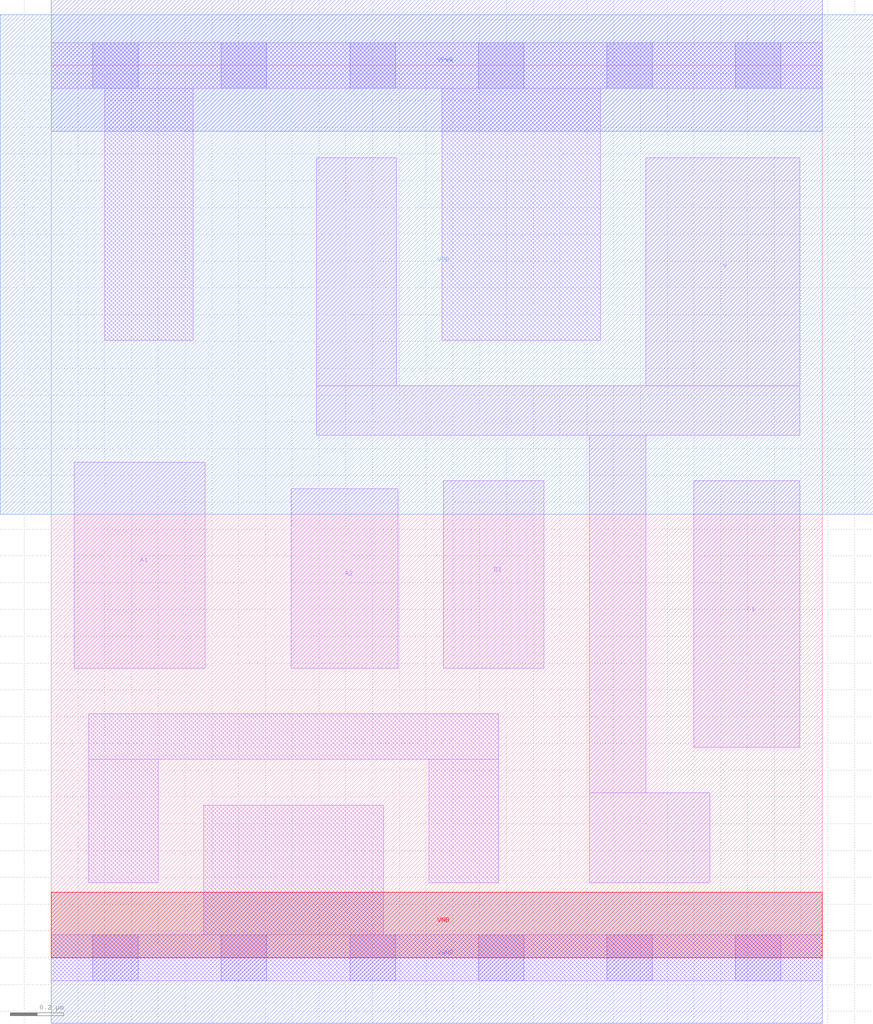
<source format=lef>
# Copyright 2020 The SkyWater PDK Authors
#
# Licensed under the Apache License, Version 2.0 (the "License");
# you may not use this file except in compliance with the License.
# You may obtain a copy of the License at
#
#     https://www.apache.org/licenses/LICENSE-2.0
#
# Unless required by applicable law or agreed to in writing, software
# distributed under the License is distributed on an "AS IS" BASIS,
# WITHOUT WARRANTIES OR CONDITIONS OF ANY KIND, either express or implied.
# See the License for the specific language governing permissions and
# limitations under the License.
#
# SPDX-License-Identifier: Apache-2.0

VERSION 5.7 ;
  NOWIREEXTENSIONATPIN ON ;
  DIVIDERCHAR "/" ;
  BUSBITCHARS "[]" ;
MACRO sky130_fd_sc_lp__o211ai_0
  CLASS CORE ;
  FOREIGN sky130_fd_sc_lp__o211ai_0 ;
  ORIGIN  0.000000  0.000000 ;
  SIZE  2.880000 BY  3.330000 ;
  SYMMETRY X Y R90 ;
  SITE unit ;
  PIN A1
    ANTENNAGATEAREA  0.159000 ;
    DIRECTION INPUT ;
    USE SIGNAL ;
    PORT
      LAYER li1 ;
        RECT 0.085000 1.080000 0.575000 1.850000 ;
    END
  END A1
  PIN A2
    ANTENNAGATEAREA  0.159000 ;
    DIRECTION INPUT ;
    USE SIGNAL ;
    PORT
      LAYER li1 ;
        RECT 0.895000 1.080000 1.295000 1.750000 ;
    END
  END A2
  PIN B1
    ANTENNAGATEAREA  0.159000 ;
    DIRECTION INPUT ;
    USE SIGNAL ;
    PORT
      LAYER li1 ;
        RECT 1.465000 1.080000 1.840000 1.780000 ;
    END
  END B1
  PIN C1
    ANTENNAGATEAREA  0.159000 ;
    DIRECTION INPUT ;
    USE SIGNAL ;
    PORT
      LAYER li1 ;
        RECT 2.400000 0.785000 2.795000 1.780000 ;
    END
  END C1
  PIN Y
    ANTENNADIFFAREA  0.460100 ;
    DIRECTION OUTPUT ;
    USE SIGNAL ;
    PORT
      LAYER li1 ;
        RECT 0.990000 1.950000 2.795000 2.135000 ;
        RECT 0.990000 2.135000 1.290000 2.985000 ;
        RECT 2.010000 0.280000 2.460000 0.615000 ;
        RECT 2.010000 0.615000 2.220000 1.950000 ;
        RECT 2.220000 2.135000 2.795000 2.985000 ;
    END
  END Y
  PIN VGND
    DIRECTION INOUT ;
    USE GROUND ;
    PORT
      LAYER met1 ;
        RECT 0.000000 -0.245000 2.880000 0.245000 ;
    END
  END VGND
  PIN VNB
    DIRECTION INOUT ;
    USE GROUND ;
    PORT
      LAYER pwell ;
        RECT 0.000000 0.000000 2.880000 0.245000 ;
    END
  END VNB
  PIN VPB
    DIRECTION INOUT ;
    USE POWER ;
    PORT
      LAYER nwell ;
        RECT -0.190000 1.655000 3.070000 3.520000 ;
    END
  END VPB
  PIN VPWR
    DIRECTION INOUT ;
    USE POWER ;
    PORT
      LAYER met1 ;
        RECT 0.000000 3.085000 2.880000 3.575000 ;
    END
  END VPWR
  OBS
    LAYER li1 ;
      RECT 0.000000 -0.085000 2.880000 0.085000 ;
      RECT 0.000000  3.245000 2.880000 3.415000 ;
      RECT 0.140000  0.280000 0.400000 0.740000 ;
      RECT 0.140000  0.740000 1.670000 0.910000 ;
      RECT 0.200000  2.305000 0.530000 3.245000 ;
      RECT 0.570000  0.085000 1.240000 0.570000 ;
      RECT 1.410000  0.280000 1.670000 0.740000 ;
      RECT 1.460000  2.305000 2.050000 3.245000 ;
    LAYER mcon ;
      RECT 0.155000 -0.085000 0.325000 0.085000 ;
      RECT 0.155000  3.245000 0.325000 3.415000 ;
      RECT 0.635000 -0.085000 0.805000 0.085000 ;
      RECT 0.635000  3.245000 0.805000 3.415000 ;
      RECT 1.115000 -0.085000 1.285000 0.085000 ;
      RECT 1.115000  3.245000 1.285000 3.415000 ;
      RECT 1.595000 -0.085000 1.765000 0.085000 ;
      RECT 1.595000  3.245000 1.765000 3.415000 ;
      RECT 2.075000 -0.085000 2.245000 0.085000 ;
      RECT 2.075000  3.245000 2.245000 3.415000 ;
      RECT 2.555000 -0.085000 2.725000 0.085000 ;
      RECT 2.555000  3.245000 2.725000 3.415000 ;
  END
END sky130_fd_sc_lp__o211ai_0
END LIBRARY

</source>
